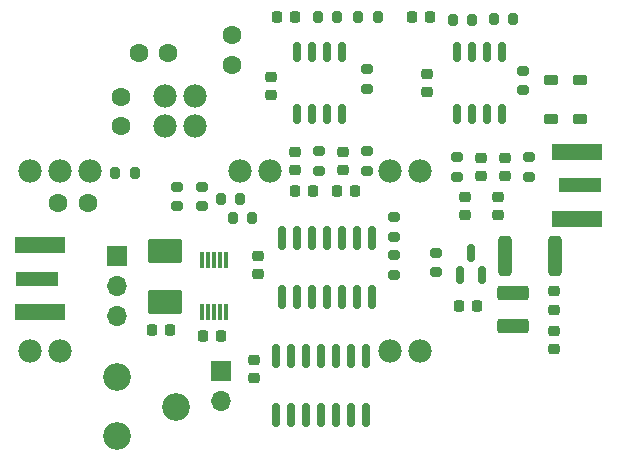
<source format=gbr>
%TF.GenerationSoftware,KiCad,Pcbnew,7.0.9*%
%TF.CreationDate,2024-08-27T22:02:00+02:00*%
%TF.ProjectId,Elektor,456c656b-746f-4722-9e6b-696361645f70,rev?*%
%TF.SameCoordinates,Original*%
%TF.FileFunction,Soldermask,Top*%
%TF.FilePolarity,Negative*%
%FSLAX46Y46*%
G04 Gerber Fmt 4.6, Leading zero omitted, Abs format (unit mm)*
G04 Created by KiCad (PCBNEW 7.0.9) date 2024-08-27 22:02:00*
%MOMM*%
%LPD*%
G01*
G04 APERTURE LIST*
G04 Aperture macros list*
%AMRoundRect*
0 Rectangle with rounded corners*
0 $1 Rounding radius*
0 $2 $3 $4 $5 $6 $7 $8 $9 X,Y pos of 4 corners*
0 Add a 4 corners polygon primitive as box body*
4,1,4,$2,$3,$4,$5,$6,$7,$8,$9,$2,$3,0*
0 Add four circle primitives for the rounded corners*
1,1,$1+$1,$2,$3*
1,1,$1+$1,$4,$5*
1,1,$1+$1,$6,$7*
1,1,$1+$1,$8,$9*
0 Add four rect primitives between the rounded corners*
20,1,$1+$1,$2,$3,$4,$5,0*
20,1,$1+$1,$4,$5,$6,$7,0*
20,1,$1+$1,$6,$7,$8,$9,0*
20,1,$1+$1,$8,$9,$2,$3,0*%
G04 Aperture macros list end*
%ADD10RoundRect,0.150000X0.150000X-0.825000X0.150000X0.825000X-0.150000X0.825000X-0.150000X-0.825000X0*%
%ADD11C,2.340000*%
%ADD12R,0.300000X1.400000*%
%ADD13RoundRect,0.225000X0.250000X-0.225000X0.250000X0.225000X-0.250000X0.225000X-0.250000X-0.225000X0*%
%ADD14C,1.600000*%
%ADD15RoundRect,0.225000X-0.250000X0.225000X-0.250000X-0.225000X0.250000X-0.225000X0.250000X0.225000X0*%
%ADD16RoundRect,0.150000X0.150000X-0.587500X0.150000X0.587500X-0.150000X0.587500X-0.150000X-0.587500X0*%
%ADD17RoundRect,0.200000X0.275000X-0.200000X0.275000X0.200000X-0.275000X0.200000X-0.275000X-0.200000X0*%
%ADD18R,3.600000X1.270000*%
%ADD19R,4.200000X1.350000*%
%ADD20RoundRect,0.200000X0.200000X0.275000X-0.200000X0.275000X-0.200000X-0.275000X0.200000X-0.275000X0*%
%ADD21RoundRect,0.102000X-1.300000X0.950000X-1.300000X-0.950000X1.300000X-0.950000X1.300000X0.950000X0*%
%ADD22RoundRect,0.150000X0.150000X-0.675000X0.150000X0.675000X-0.150000X0.675000X-0.150000X-0.675000X0*%
%ADD23RoundRect,0.200000X-0.200000X-0.275000X0.200000X-0.275000X0.200000X0.275000X-0.200000X0.275000X0*%
%ADD24RoundRect,0.225000X-0.375000X0.225000X-0.375000X-0.225000X0.375000X-0.225000X0.375000X0.225000X0*%
%ADD25RoundRect,0.200000X-0.275000X0.200000X-0.275000X-0.200000X0.275000X-0.200000X0.275000X0.200000X0*%
%ADD26R,1.700000X1.700000*%
%ADD27O,1.700000X1.700000*%
%ADD28RoundRect,0.250000X1.075000X-0.375000X1.075000X0.375000X-1.075000X0.375000X-1.075000X-0.375000X0*%
%ADD29C,1.982000*%
%ADD30RoundRect,0.225000X0.225000X0.250000X-0.225000X0.250000X-0.225000X-0.250000X0.225000X-0.250000X0*%
%ADD31RoundRect,0.225000X-0.225000X-0.250000X0.225000X-0.250000X0.225000X0.250000X-0.225000X0.250000X0*%
%ADD32RoundRect,0.225000X0.375000X-0.225000X0.375000X0.225000X-0.375000X0.225000X-0.375000X-0.225000X0*%
%ADD33RoundRect,0.250000X-0.312500X-1.450000X0.312500X-1.450000X0.312500X1.450000X-0.312500X1.450000X0*%
G04 APERTURE END LIST*
D10*
%TO.C,U2*%
X179190000Y-96675000D03*
X180460000Y-96675000D03*
X181730000Y-96675000D03*
X183000000Y-96675000D03*
X184270000Y-96675000D03*
X185540000Y-96675000D03*
X186810000Y-96675000D03*
X186810000Y-91725000D03*
X185540000Y-91725000D03*
X184270000Y-91725000D03*
X183000000Y-91725000D03*
X181730000Y-91725000D03*
X180460000Y-91725000D03*
X179190000Y-91725000D03*
%TD*%
D11*
%TO.C,RV1*%
X165750000Y-93500000D03*
X170750000Y-96000000D03*
X165750000Y-98500000D03*
%TD*%
D12*
%TO.C,U1*%
X175000000Y-83600000D03*
X174500000Y-83600000D03*
X174000000Y-83600000D03*
X173500000Y-83600000D03*
X173000000Y-83600000D03*
X173000000Y-88000000D03*
X173500000Y-88000000D03*
X174000000Y-88000000D03*
X174500000Y-88000000D03*
X175000000Y-88000000D03*
%TD*%
D13*
%TO.C,C22*%
X202800000Y-87775000D03*
X202800000Y-86225000D03*
%TD*%
D14*
%TO.C,C18*%
X166116000Y-72250000D03*
X166116000Y-69750000D03*
%TD*%
D15*
%TO.C,C20*%
X177400000Y-92025000D03*
X177400000Y-93575000D03*
%TD*%
D16*
%TO.C,Q1*%
X194800000Y-84875000D03*
X196700000Y-84875000D03*
X195750000Y-83000000D03*
%TD*%
D15*
%TO.C,C15*%
X178816000Y-68072000D03*
X178816000Y-69622000D03*
%TD*%
D17*
%TO.C,R18*%
X194564000Y-76517000D03*
X194564000Y-74867000D03*
%TD*%
D13*
%TO.C,C3*%
X184912000Y-75959000D03*
X184912000Y-74409000D03*
%TD*%
D18*
%TO.C,J1*%
X204950000Y-77250000D03*
D19*
X204750000Y-80075000D03*
X204750000Y-74425000D03*
%TD*%
D20*
%TO.C,R17*%
X195825000Y-63246000D03*
X194175000Y-63246000D03*
%TD*%
D21*
%TO.C,Y1*%
X169800000Y-82850000D03*
X169800000Y-87150000D03*
%TD*%
D22*
%TO.C,U5*%
X180975000Y-71205000D03*
X182245000Y-71205000D03*
X183515000Y-71205000D03*
X184785000Y-71205000D03*
X184785000Y-65955000D03*
X183515000Y-65955000D03*
X182245000Y-65955000D03*
X180975000Y-65955000D03*
%TD*%
D23*
%TO.C,R5*%
X165608000Y-76200000D03*
X167258000Y-76200000D03*
%TD*%
D24*
%TO.C,D2*%
X202500000Y-68350000D03*
X202500000Y-71650000D03*
%TD*%
D14*
%TO.C,C1*%
X163302000Y-78740000D03*
X160802000Y-78740000D03*
%TD*%
D10*
%TO.C,U3*%
X179730000Y-86700000D03*
X181000000Y-86700000D03*
X182270000Y-86700000D03*
X183540000Y-86700000D03*
X184810000Y-86700000D03*
X186080000Y-86700000D03*
X187350000Y-86700000D03*
X187350000Y-81750000D03*
X186080000Y-81750000D03*
X184810000Y-81750000D03*
X183540000Y-81750000D03*
X182270000Y-81750000D03*
X181000000Y-81750000D03*
X179730000Y-81750000D03*
%TD*%
D25*
%TO.C,R4*%
X173000000Y-77375000D03*
X173000000Y-79025000D03*
%TD*%
D26*
%TO.C,J8*%
X174600000Y-93000000D03*
D27*
X174600000Y-95540000D03*
%TD*%
D17*
%TO.C,R13*%
X182880000Y-76009000D03*
X182880000Y-74359000D03*
%TD*%
D26*
%TO.C,J6*%
X165800000Y-83275000D03*
D27*
X165800000Y-85815000D03*
X165800000Y-88355000D03*
%TD*%
D22*
%TO.C,U7*%
X194552500Y-71254000D03*
X195822500Y-71254000D03*
X197092500Y-71254000D03*
X198362500Y-71254000D03*
X198362500Y-66004000D03*
X197092500Y-66004000D03*
X195822500Y-66004000D03*
X194552500Y-66004000D03*
%TD*%
D14*
%TO.C,C14*%
X175514000Y-64536000D03*
X175514000Y-67036000D03*
%TD*%
D17*
%TO.C,R7*%
X189200000Y-84825000D03*
X189200000Y-83175000D03*
%TD*%
D15*
%TO.C,C17*%
X192024000Y-67805000D03*
X192024000Y-69355000D03*
%TD*%
D14*
%TO.C,C8*%
X170100000Y-66040000D03*
X167600000Y-66040000D03*
%TD*%
D28*
%TO.C,L2*%
X199250000Y-89150000D03*
X199250000Y-86350000D03*
%TD*%
D17*
%TO.C,R9*%
X186944000Y-76009000D03*
X186944000Y-74359000D03*
%TD*%
%TO.C,R6*%
X192800000Y-84600000D03*
X192800000Y-82950000D03*
%TD*%
D20*
%TO.C,R16*%
X199325000Y-63200000D03*
X197675000Y-63200000D03*
%TD*%
%TO.C,R11*%
X187832000Y-62992000D03*
X186182000Y-62992000D03*
%TD*%
D15*
%TO.C,C23*%
X202800000Y-89600000D03*
X202800000Y-91150000D03*
%TD*%
D25*
%TO.C,R8*%
X189200000Y-79975000D03*
X189200000Y-81625000D03*
%TD*%
D17*
%TO.C,R15*%
X200152000Y-69222000D03*
X200152000Y-67572000D03*
%TD*%
%TO.C,R1*%
X170800000Y-79025000D03*
X170800000Y-77375000D03*
%TD*%
D29*
%TO.C,U6*%
X160970000Y-91300000D03*
X163510000Y-76060000D03*
X158430000Y-76060000D03*
X188910000Y-91300000D03*
X191450000Y-91300000D03*
X191450000Y-76060000D03*
X188910000Y-76060000D03*
X178750000Y-76060000D03*
X176210000Y-76060000D03*
X160970000Y-76060000D03*
X158430000Y-91300000D03*
X169860000Y-69710000D03*
X172400000Y-69710000D03*
X169860000Y-72250000D03*
X172400000Y-72250000D03*
%TD*%
D30*
%TO.C,C19*%
X196275000Y-87500000D03*
X194725000Y-87500000D03*
%TD*%
D13*
%TO.C,C6*%
X180848000Y-75959000D03*
X180848000Y-74409000D03*
%TD*%
D31*
%TO.C,C7*%
X179298000Y-62992000D03*
X180848000Y-62992000D03*
%TD*%
%TO.C,C13*%
X190725000Y-63000000D03*
X192275000Y-63000000D03*
%TD*%
D30*
%TO.C,C4*%
X185928000Y-77724000D03*
X184378000Y-77724000D03*
%TD*%
%TO.C,C5*%
X182372000Y-77724000D03*
X180822000Y-77724000D03*
%TD*%
D17*
%TO.C,R14*%
X200660000Y-76517000D03*
X200660000Y-74867000D03*
%TD*%
D23*
%TO.C,R2*%
X174550000Y-78400000D03*
X176200000Y-78400000D03*
%TD*%
D13*
%TO.C,C12*%
X196596000Y-76467000D03*
X196596000Y-74917000D03*
%TD*%
D15*
%TO.C,C10*%
X198000000Y-78219000D03*
X198000000Y-79769000D03*
%TD*%
D30*
%TO.C,C21*%
X170250000Y-89500000D03*
X168700000Y-89500000D03*
%TD*%
D20*
%TO.C,R3*%
X177200000Y-80000000D03*
X175550000Y-80000000D03*
%TD*%
D15*
%TO.C,C16*%
X177700000Y-83225000D03*
X177700000Y-84775000D03*
%TD*%
D13*
%TO.C,C11*%
X195250000Y-79775000D03*
X195250000Y-78225000D03*
%TD*%
D32*
%TO.C,D1*%
X205000000Y-71650000D03*
X205000000Y-68350000D03*
%TD*%
D13*
%TO.C,C9*%
X198628000Y-76467000D03*
X198628000Y-74917000D03*
%TD*%
D20*
%TO.C,R12*%
X184404000Y-62992000D03*
X182754000Y-62992000D03*
%TD*%
D33*
%TO.C,L1*%
X198612500Y-83250000D03*
X202887500Y-83250000D03*
%TD*%
D18*
%TO.C,J13*%
X159000000Y-85175000D03*
D19*
X159200000Y-82350000D03*
X159200000Y-88000000D03*
%TD*%
D17*
%TO.C,R10*%
X186944000Y-69088000D03*
X186944000Y-67438000D03*
%TD*%
D31*
%TO.C,C2*%
X173025000Y-90000000D03*
X174575000Y-90000000D03*
%TD*%
M02*

</source>
